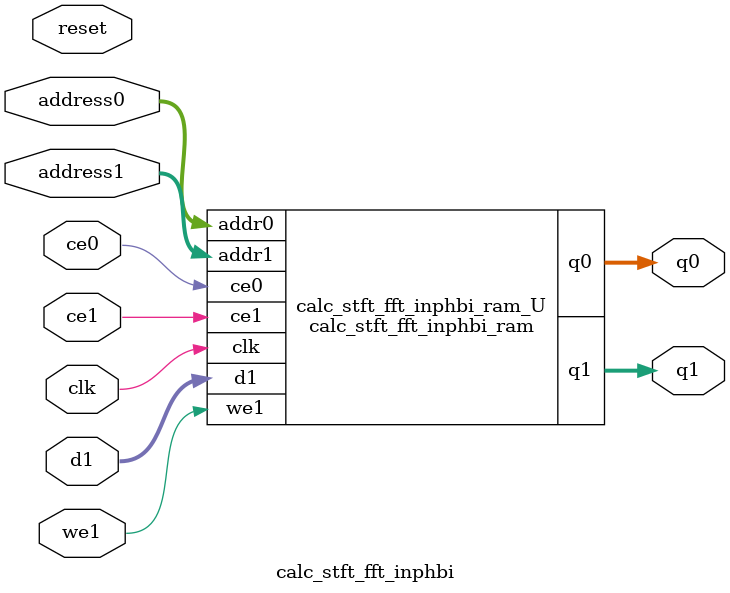
<source format=v>
`timescale 1 ns / 1 ps
module calc_stft_fft_inphbi_ram (addr0, ce0, q0, addr1, ce1, d1, we1, q1,  clk);

parameter DWIDTH = 32;
parameter AWIDTH = 7;
parameter MEM_SIZE = 128;

input[AWIDTH-1:0] addr0;
input ce0;
output reg[DWIDTH-1:0] q0;
input[AWIDTH-1:0] addr1;
input ce1;
input[DWIDTH-1:0] d1;
input we1;
output reg[DWIDTH-1:0] q1;
input clk;

(* ram_style = "distributed" *)reg [DWIDTH-1:0] ram[0:MEM_SIZE-1];




always @(posedge clk)  
begin 
    if (ce0) begin
        q0 <= ram[addr0];
    end
end


always @(posedge clk)  
begin 
    if (ce1) begin
        if (we1) 
            ram[addr1] <= d1; 
        q1 <= ram[addr1];
    end
end


endmodule

`timescale 1 ns / 1 ps
module calc_stft_fft_inphbi(
    reset,
    clk,
    address0,
    ce0,
    q0,
    address1,
    ce1,
    we1,
    d1,
    q1);

parameter DataWidth = 32'd32;
parameter AddressRange = 32'd128;
parameter AddressWidth = 32'd7;
input reset;
input clk;
input[AddressWidth - 1:0] address0;
input ce0;
output[DataWidth - 1:0] q0;
input[AddressWidth - 1:0] address1;
input ce1;
input we1;
input[DataWidth - 1:0] d1;
output[DataWidth - 1:0] q1;



calc_stft_fft_inphbi_ram calc_stft_fft_inphbi_ram_U(
    .clk( clk ),
    .addr0( address0 ),
    .ce0( ce0 ),
    .q0( q0 ),
    .addr1( address1 ),
    .ce1( ce1 ),
    .we1( we1 ),
    .d1( d1 ),
    .q1( q1 ));

endmodule


</source>
